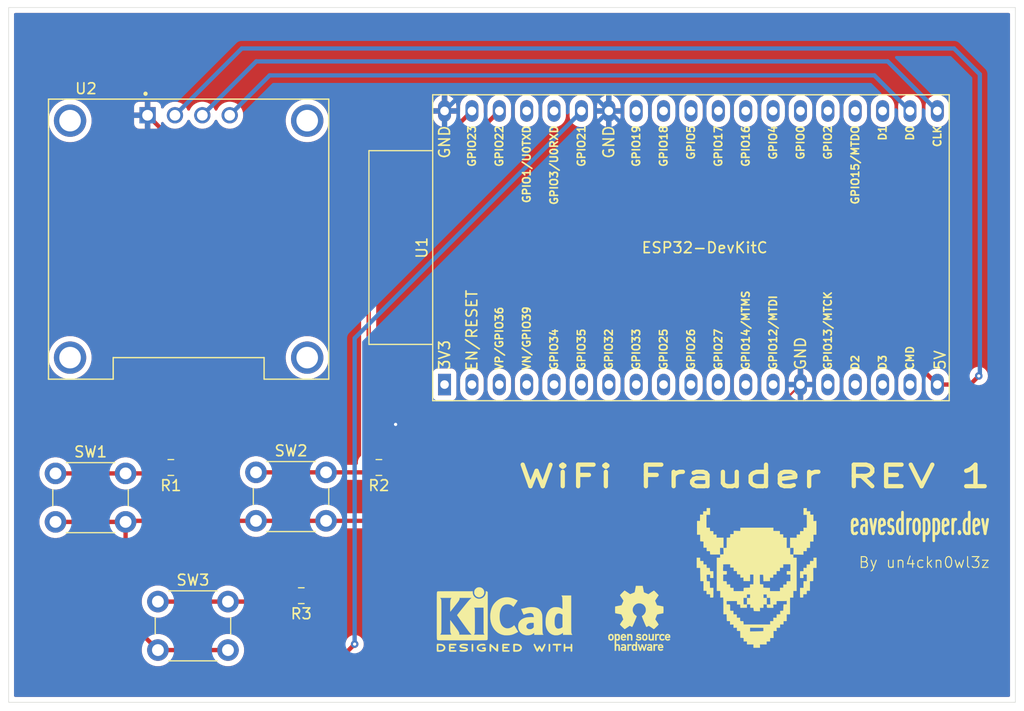
<source format=kicad_pcb>
(kicad_pcb (version 20241229) (generator "pcbnew") (generator_version "9.0")
  (title_block (title "WiFi_Frauder_DEV ") (date "2025-06-10") (rev "1") (company "By Anuwat Khongchuai (un4ckn0wl3z)"))
  (layers (0 "F.Cu" signal) (2 "B.Cu" signal) (13 "F.Paste" user) (15 "B.Paste" user) (5 "F.SilkS" user "F.Silkscreen") (7 "B.SilkS" user "B.Silkscreen") (1 "F.Mask" user) (3 "B.Mask" user) (25 "Edge.Cuts" user))
  (net 0 "")
  (net 1 "GND")
  (net 2 "/BTN_DOWN_NET")
  (net 3 "/BTN_UP_NET")
  (net 4 "/BTN_ENTER_NET")
  (net 5 "+5V")
  (net 23 "/OLED_SDA_NET")
  (net 33 "/OLED_SCL_NET")
  (footprint "Capacitor_SMD:C_0805_2012Metric" (layer "F.Cu") (at 154.15 102.4 180)
    (property "Reference" "R2" (at 0 -1.68 0) (layer "F.SilkS"))
    (property "Value" "2k")
    (pad "1" smd roundrect (at -0.95 0 180) (size 1 1.45) (layers "F.Cu" "F.Mask" "F.Paste") (net 1 "GND"))
    (pad "2" smd roundrect (at 0.95 0 180) (size 1 1.45) (layers "F.Cu" "F.Mask" "F.Paste") (net 3 "/BTN_UP_NET"))
  )
  (footprint "DM-OLED096-636:MODULE_DM-OLED096-636" (layer "F.Cu") (at 136.5 81.2)
    (property "Reference" "U2" (at -9.525 -13.97 0) (layer "F.SilkS"))
    (property "Value" "DM-OLED096-636")
    (pad "1" thru_hole rect (at -3.81 -11.5) (size 1.508 1.508) (drill 1) (layers "*.Cu" "*.Mask") (net 1 "GND"))
    (pad "2" thru_hole circle (at -1.27 -11.5) (size 1.508 1.508) (drill 1) (layers "*.Cu" "*.Mask") (net 5 "+5V"))
    (pad "3" thru_hole circle (at 1.27 -11.5) (size 1.508 1.508) (drill 1) (layers "*.Cu" "*.Mask") (net 33 "/OLED_SCL_NET"))
    (pad "4" thru_hole circle (at 3.81 -11.5) (size 1.508 1.508) (drill 1) (layers "*.Cu" "*.Mask") (net 23 "/OLED_SDA_NET"))
    (pad "S1" thru_hole circle (at -11 -11) (size 3 3) (drill 2) (layers "*.Cu" "*.Mask"))
    (pad "S2" thru_hole circle (at 11 -11) (size 3 3) (drill 2) (layers "*.Cu" "*.Mask"))
    (pad "S3" thru_hole circle (at 11 11) (size 3 3) (drill 2) (layers "*.Cu" "*.Mask"))
    (pad "S4" thru_hole circle (at -11 11) (size 3 3) (drill 2) (layers "*.Cu" "*.Mask"))
  )
  (footprint "Button_Switch_THT:SW_PUSH_6mm" (layer "F.Cu") (at 142.75 102.85)
    (property "Reference" "SW2" (at 3.25 -2 0) (layer "F.SilkS"))
    (property "Value" "BTN_UP")
    (pad "1" thru_hole circle (at 0 0 90) (size 2 2) (drill 1.1) (layers "*.Cu" "*.Mask") (net 3 "/BTN_UP_NET"))
    (pad "1" thru_hole circle (at 6.5 0 90) (size 2 2) (drill 1.1) (layers "*.Cu" "*.Mask") (net 3 "/BTN_UP_NET"))
    (pad "2" thru_hole circle (at 0 4.5 90) (size 2 2) (drill 1.1) (layers "*.Cu" "*.Mask") (net 5 "+5V"))
    (pad "2" thru_hole circle (at 6.5 4.5 90) (size 2 2) (drill 1.1) (layers "*.Cu" "*.Mask") (net 5 "+5V"))
  )
  (footprint "Button_Switch_THT:SW_PUSH_6mm" (layer "F.Cu") (at 133.65 114.85)
    (property "Reference" "SW3" (at 3.25 -2 0) (layer "F.SilkS"))
    (property "Value" "BTN_ENTER")
    (pad "1" thru_hole circle (at 0 0 90) (size 2 2) (drill 1.1) (layers "*.Cu" "*.Mask") (net 4 "/BTN_ENTER_NET"))
    (pad "1" thru_hole circle (at 6.5 0 90) (size 2 2) (drill 1.1) (layers "*.Cu" "*.Mask") (net 4 "/BTN_ENTER_NET"))
    (pad "2" thru_hole circle (at 0 4.5 90) (size 2 2) (drill 1.1) (layers "*.Cu" "*.Mask") (net 5 "+5V"))
    (pad "2" thru_hole circle (at 6.5 4.5 90) (size 2 2) (drill 1.1) (layers "*.Cu" "*.Mask") (net 5 "+5V"))
  )
  (footprint "Symbol:OSHW-Logo_5.7x6mm_SilkScreen" (layer "F.Cu") (at 178.3 116.4)
    (property "Reference" "REF**" (hide yes))
    (property "Value" "OSHW-Logo_5.7x6mm_SilkScreen" (hide yes))
  )
  (footprint "LOGO" (layer "F.Cu") (at 189.2 112.5)
    (property "Reference" "G***" (hide yes))
    (property "Value" "LOGO" (hide yes))
  )
  (footprint "PCM_Espressif:ESP32-DevKitC" (layer "F.Cu") (at 160.24 94.7 90)
    (property "Reference" "U1" (at 12.7 -2.1 90) (layer "F.SilkS"))
    (property "Value" "ESP32-DevKitC" (at 12.7 24.13 0) (layer "F.SilkS"))
    (fp_text user "D0" (at 24.13 43.18 90) (layer "F.SilkS") (effects (font (size 0.7 0.7)) (justify right)))
    (fp_text user "GPIO5" (at 24.13 22.86 90) (layer "F.SilkS") (effects (font (size 0.7 0.7)) (justify right)))
    (fp_text user "D3" (at 1.27 40.64 90) (layer "F.SilkS") (effects (font (size 0.7 0.7)) (justify left)))
    (fp_text user "GPIO34" (at 1.27 10.16 90) (layer "F.SilkS") (effects (font (size 0.7 0.7)) (justify left)))
    (fp_text user "GPIO14/MTMS" (at 1.27 27.94 90) (layer "F.SilkS") (effects (font (size 0.7 0.7)) (justify left)))
    (fp_text user "3V3" (at 1.27 0 90) (layer "F.SilkS") (effects (justify left)))
    (fp_text user "CMD" (at 1.27 43.18 90) (layer "F.SilkS") (effects (font (size 0.7 0.7)) (justify left)))
    (fp_text user "GPIO18" (at 24.13 20.32 90) (layer "F.SilkS") (effects (font (size 0.7 0.7)) (justify right)))
    (fp_text user "GND" (at 24.13 15.24 90) (layer "F.SilkS") (effects (justify right)))
    (fp_text user "GPIO23" (at 24.13 2.54 90) (layer "F.SilkS") (effects (font (size 0.7 0.7)) (justify right)))
    (fp_text user "GPIO33" (at 1.27 17.78 90) (layer "F.SilkS") (effects (font (size 0.7 0.7)) (justify left)))
    (fp_text user "GPIO32" (at 1.27 15.24 90) (layer "F.SilkS") (effects (font (size 0.7 0.7)) (justify left)))
    (fp_text user "CLK" (at 24.13 45.72 90) (layer "F.SilkS") (effects (font (size 0.7 0.7)) (justify right)))
    (fp_text user "D1" (at 24.13 40.64 90) (layer "F.SilkS") (effects (font (size 0.7 0.7)) (justify right)))
    (fp_text user "D2" (at 1.27 38.1 90) (layer "F.SilkS") (effects (font (size 0.7 0.7)) (justify left)))
    (fp_text user "GPIO12/MTDI" (at 1.27 30.48 90) (layer "F.SilkS") (effects (font (size 0.7 0.7)) (justify left)))
    (fp_text user "GPIO3/U0RXD" (at 24.13 10.16 90) (layer "F.SilkS") (effects (font (size 0.7 0.7)) (justify right)))
    (fp_text user "VP/GPIO36" (at 1.27 5.08 90) (layer "F.SilkS") (effects (font (size 0.7 0.7)) (justify left)))
    (fp_text user "GPIO4" (at 24.13 30.48 90) (layer "F.SilkS") (effects (font (size 0.7 0.7)) (justify right)))
    (fp_text user "GPIO27" (at 1.27 25.4 90) (layer "F.SilkS") (effects (font (size 0.7 0.7)) (justify left)))
    (fp_text user "GPIO21" (at 24.13 12.7 90) (layer "F.SilkS") (effects (font (size 0.7 0.7)) (justify right)))
    (fp_text user "GPIO22" (at 24.13 5.08 90) (layer "F.SilkS") (effects (font (size 0.7 0.7)) (justify right)))
    (fp_text user "5V" (at 1.26632 45.97128 90) (layer "F.SilkS") (effects (justify left)))
    (fp_text user "GND" (at 24.13 0 90) (layer "F.SilkS") (effects (justify right)))
    (fp_text user "GND" (at 1.27 33.02 90) (layer "F.SilkS") (effects (justify left)))
    (fp_text user "GPIO35" (at 1.27 12.7 90) (layer "F.SilkS") (effects (font (size 0.7 0.7)) (justify left)))
    (fp_text user "VN/GPIO39" (at 1.27 7.62 90) (layer "F.SilkS") (effects (font (size 0.7 0.7)) (justify left)))
    (fp_text user "GPIO13/MTCK" (at 1.27 35.56 90) (layer "F.SilkS") (effects (font (size 0.7 0.7)) (justify left)))
    (fp_text user "GPIO26" (at 1.27 22.86 90) (layer "F.SilkS") (effects (font (size 0.7 0.7)) (justify left)))
    (fp_text user "GPIO2" (at 24.13 35.56 90) (layer "F.SilkS") (effects (font (size 0.7 0.7)) (justify right)))
    (fp_text user "GPIO25" (at 1.27 20.32 90) (layer "F.SilkS") (effects (font (size 0.7 0.7)) (justify left)))
    (fp_text user "GPIO15/MTDO" (at 24.13 38.1 90) (layer "F.SilkS") (effects (font (size 0.7 0.7)) (justify right)))
    (fp_text user "GPIO16" (at 24.13 27.94 90) (layer "F.SilkS") (effects (font (size 0.7 0.7)) (justify right)))
    (fp_text user "GPIO1/U0TXD" (at 24.13 7.62 90) (layer "F.SilkS") (effects (font (size 0.7 0.7)) (justify right)))
    (fp_text user "GPIO19" (at 24.13 17.78 90) (layer "F.SilkS") (effects (font (size 0.7 0.7)) (justify right)))
    (fp_text user "GPIO17" (at 24.13 25.4 90) (layer "F.SilkS") (effects (font (size 0.7 0.7)) (justify right)))
    (fp_text user "GPIO0" (at 24.13 33.02 90) (layer "F.SilkS") (effects (font (size 0.7 0.7)) (justify right)))
    (fp_text user "EN/RESET" (at 8.88632 2.53728 90) (layer "F.SilkS") (effects (justify right)))
    (pad "1" thru_hole rect (at 0 0) (size 1.2 2) (drill 0.8) (layers "*.Cu" "*.Mask"))
    (pad "2" thru_hole oval (at 0 2.54) (size 1.2 2) (drill 0.8) (layers "*.Cu" "*.Mask"))
    (pad "3" thru_hole oval (at 0 5.08) (size 1.2 2) (drill 0.8) (layers "*.Cu" "*.Mask"))
    (pad "4" thru_hole oval (at 0 7.62) (size 1.2 2) (drill 0.8) (layers "*.Cu" "*.Mask"))
    (pad "5" thru_hole oval (at 0 10.16) (size 1.2 2) (drill 0.8) (layers "*.Cu" "*.Mask"))
    (pad "6" thru_hole oval (at 0 12.7) (size 1.2 2) (drill 0.8) (layers "*.Cu" "*.Mask"))
    (pad "7" thru_hole oval (at 0 15.24) (size 1.2 2) (drill 0.8) (layers "*.Cu" "*.Mask"))
    (pad "8" thru_hole oval (at 0 17.78) (size 1.2 2) (drill 0.8) (layers "*.Cu" "*.Mask"))
    (pad "9" thru_hole oval (at 0 20.32) (size 1.2 2) (drill 0.8) (layers "*.Cu" "*.Mask"))
    (pad "10" thru_hole oval (at 0 22.86) (size 1.2 2) (drill 0.8) (layers "*.Cu" "*.Mask"))
    (pad "11" thru_hole oval (at 0 25.4) (size 1.2 2) (drill 0.8) (layers "*.Cu" "*.Mask"))
    (pad "12" thru_hole oval (at 0 27.94) (size 1.2 2) (drill 0.8) (layers "*.Cu" "*.Mask"))
    (pad "13" thru_hole oval (at 0 30.48) (size 1.2 2) (drill 0.8) (layers "*.Cu" "*.Mask"))
    (pad "14" thru_hole oval (at 0 33.02) (size 1.2 2) (drill 0.8) (layers "*.Cu" "*.Mask") (net 1 "GND"))
    (pad "15" thru_hole oval (at 0 35.56) (size 1.2 2) (drill 0.8) (layers "*.Cu" "*.Mask"))
    (pad "16" thru_hole oval (at 0 38.1) (size 1.2 2) (drill 0.8) (layers "*.Cu" "*.Mask"))
    (pad "17" thru_hole oval (at 0 40.64) (size 1.2 2) (drill 0.8) (layers "*.Cu" "*.Mask"))
    (pad "18" thru_hole oval (at 0 43.18) (size 1.2 2) (drill 0.8) (layers "*.Cu" "*.Mask"))
    (pad "19" thru_hole oval (at 0 45.72) (size 1.2 2) (drill 0.8) (layers "*.Cu" "*.Mask") (net 5 "+5V"))
    (pad "20" thru_hole oval (at 25.39632 45.71728) (size 1.2 2) (drill 0.8) (layers "*.Cu" "*.Mask") (net 33 "/OLED_SCL_NET"))
    (pad "21" thru_hole oval (at 25.39632 43.17728) (size 1.2 2) (drill 0.8) (layers "*.Cu" "*.Mask") (net 23 "/OLED_SDA_NET"))
    (pad "22" thru_hole oval (at 25.4 40.64) (size 1.2 2) (drill 0.8) (layers "*.Cu" "*.Mask"))
    (pad "23" thru_hole oval (at 25.4 38.1) (size 1.2 2) (drill 0.8) (layers "*.Cu" "*.Mask"))
    (pad "24" thru_hole oval (at 25.4 35.56) (size 1.2 2) (drill 0.8) (layers "*.Cu" "*.Mask"))
    (pad "25" thru_hole oval (at 25.4 33.02) (size 1.2 2) (drill 0.8) (layers "*.Cu" "*.Mask"))
    (pad "26" thru_hole oval (at 25.4 30.48) (size 1.2 2) (drill 0.8) (layers "*.Cu" "*.Mask"))
    (pad "27" thru_hole oval (at 25.4 27.94) (size 1.2 2) (drill 0.8) (layers "*.Cu" "*.Mask"))
    (pad "28" thru_hole oval (at 25.4 25.4) (size 1.2 2) (drill 0.8) (layers "*.Cu" "*.Mask"))
    (pad "29" thru_hole oval (at 25.4 22.86) (size 1.2 2) (drill 0.8) (layers "*.Cu" "*.Mask"))
    (pad "30" thru_hole oval (at 25.4 20.32) (size 1.2 2) (drill 0.8) (layers "*.Cu" "*.Mask"))
    (pad "31" thru_hole oval (at 25.4 17.78) (size 1.2 2) (drill 0.8) (layers "*.Cu" "*.Mask"))
    (pad "32" thru_hole oval (at 25.4 15.24) (size 1.2 2) (drill 0.8) (layers "*.Cu" "*.Mask") (net 1 "GND"))
    (pad "33" thru_hole oval (at 25.4 12.7) (size 1.2 2) (drill 0.8) (layers "*.Cu" "*.Mask") (net 4 "/BTN_ENTER_NET"))
    (pad "34" thru_hole oval (at 25.4 10.16) (size 1.2 2) (drill 0.8) (layers "*.Cu" "*.Mask"))
    (pad "35" thru_hole oval (at 25.4 7.62) (size 1.2 2) (drill 0.8) (layers "*.Cu" "*.Mask"))
    (pad "36" thru_hole oval (at 25.4 5.08) (size 1.2 2) (drill 0.8) (layers "*.Cu" "*.Mask") (net 3 "/BTN_UP_NET"))
    (pad "37" thru_hole oval (at 25.4 2.54) (size 1.2 2) (drill 0.8) (layers "*.Cu" "*.Mask") (net 2 "/BTN_DOWN_NET"))
    (pad "38" thru_hole oval (at 25.4 0) (size 1.2 2) (drill 0.8) (layers "*.Cu" "*.Mask") (net 1 "GND"))
  )
  (footprint "Button_Switch_THT:SW_PUSH_6mm" (layer "F.Cu") (at 124.15 102.95)
    (property "Reference" "SW1" (at 3.25 -2 0) (layer "F.SilkS"))
    (property "Value" "BTN_DOWN")
    (pad "1" thru_hole circle (at 0 0 90) (size 2 2) (drill 1.1) (layers "*.Cu" "*.Mask") (net 2 "/BTN_DOWN_NET"))
    (pad "1" thru_hole circle (at 6.5 0 90) (size 2 2) (drill 1.1) (layers "*.Cu" "*.Mask") (net 2 "/BTN_DOWN_NET"))
    (pad "2" thru_hole circle (at 0 4.5 90) (size 2 2) (drill 1.1) (layers "*.Cu" "*.Mask") (net 5 "+5V"))
    (pad "2" thru_hole circle (at 6.5 4.5 90) (size 2 2) (drill 1.1) (layers "*.Cu" "*.Mask") (net 5 "+5V"))
  )
  (footprint "Symbol:KiCad-Logo2_5mm_SilkScreen" (layer "F.Cu") (at 165.8 116.5)
    (property "Reference" "REF**" (hide yes))
    (property "Value" "KiCad-Logo2_5mm_SilkScreen" (hide yes))
  )
  (footprint "Capacitor_SMD:C_0805_2012Metric" (layer "F.Cu") (at 134.85 102.4 180)
    (property "Reference" "R1" (at 0 -1.68 0) (layer "F.SilkS"))
    (property "Value" "2k")
    (pad "1" smd roundrect (at -0.95 0 180) (size 1 1.45) (layers "F.Cu" "F.Mask" "F.Paste") (net 1 "GND"))
    (pad "2" smd roundrect (at 0.95 0 180) (size 1 1.45) (layers "F.Cu" "F.Mask" "F.Paste") (net 2 "/BTN_DOWN_NET"))
  )
  (footprint "Capacitor_SMD:C_0805_2012Metric" (layer "F.Cu") (at 146.95 114.3 180)
    (property "Reference" "R3" (at 0 -1.68 0) (layer "F.SilkS"))
    (property "Value" "2k")
    (pad "1" smd roundrect (at -0.95 0 180) (size 1 1.45) (layers "F.Cu" "F.Mask" "F.Paste") (net 1 "GND"))
    (pad "2" smd roundrect (at 0.95 0 180) (size 1 1.45) (layers "F.Cu" "F.Mask" "F.Paste") (net 4 "/BTN_ENTER_NET"))
  )
  (gr_rect (start 119.8 59.7) (end 213.2 124.2) (stroke (width 0.05)) (fill no) (layer "Edge.Cuts"))
  (gr_text "By un4ckn0wl3z" (at 198.6 111.8 0) (layer "F.SilkS") (effects (font (size 1 1) (thickness 0.1)) (justify left bottom)))
  (gr_text "eavesdropper.dev" (at 197.7 108.8 0) (layer "F.SilkS") (effects (font (size 2 1) (thickness 0.25)) (justify left bottom)))
  (gr_text "WiFi Frauder REV 1" (at 166.8 104.4 0) (layer "F.SilkS") (effects (font (size 2 3) (thickness 0.4) (bold yes)) (justify left bottom)))
  (segment (start 163.4 102.5) (end 167.1 98.8) (width 0.2) (layer "F.Cu") (net 1))
  (segment (start 155.1 99) (end 155.7 98.4) (width 0.4) (layer "F.Cu") (net 1))
  (segment (start 167.1 98.8) (end 189.16 98.8) (width 0.2) (layer "F.Cu") (net 1))
  (segment (start 128.5 96.5) (end 130 98) (width 0.4) (layer "F.Cu") (net 1))
  (segment (start 147.9 114.3) (end 151.4 110.8) (width 0.2) (layer "F.Cu") (net 1))
  (segment (start 132.69 69.7) (end 131.3 69.7) (width 0.4) (layer "F.Cu") (net 1))
  (segment (start 155.1 102.4) (end 155.1 99) (width 0.4) (layer "F.Cu") (net 1))
  (segment (start 131.3 69.7) (end 128.5 72.5) (width 0.4) (layer "F.Cu") (net 1))
  (segment (start 189.16 98.8) (end 193.26 94.7) (width 0.2) (layer "F.Cu") (net 1))
  (segment (start 131.4 98) (end 135.8 102.4) (width 0.4) (layer "F.Cu") (net 1))
  (segment (start 135.59 72.6) (end 150.9 72.6) (width 0.4) (layer "F.Cu") (net 1))
  (segment (start 128.5 72.5) (end 128.5 96.5) (width 0.4) (layer "F.Cu") (net 1))
  (segment (start 130 98) (end 131.4 98) (width 0.4) (layer "F.Cu") (net 1))
  (segment (start 154.2 69.3) (end 160.24 69.3) (width 0.4) (layer "F.Cu") (net 1))
  (segment (start 160.1 110.8) (end 163.4 107.5) (width 0.2) (layer "F.Cu") (net 1))
  (segment (start 150.9 72.6) (end 154.2 69.3) (width 0.4) (layer "F.Cu") (net 1))
  (segment (start 151.4 110.8) (end 160.1 110.8) (width 0.2) (layer "F.Cu") (net 1))
  (segment (start 132.69 69.7) (end 135.59 72.6) (width 0.4) (layer "F.Cu") (net 1))
  (segment (start 163.4 107.5) (end 163.4 102.5) (width 0.2) (layer "F.Cu") (net 1))
  (via (at 155.7 98.4) (size 0.7) (drill 0.3) (layers "F.Cu" "B.Cu") (net 1))
  (segment (start 155.7 89.08) (end 155.7 98.4) (width 0.4) (layer "B.Cu") (net 1))
  (segment (start 175.48 69.3) (end 155.7 89.08) (width 0.4) (layer "B.Cu") (net 1))
  (segment (start 175.48 69.3) (end 193.26 87.08) (width 0.4) (layer "B.Cu") (net 1))
  (segment (start 162.54 67) (end 173.18 67) (width 0.4) (layer "B.Cu") (net 1))
  (segment (start 193.26 87.08) (end 193.26 94.7) (width 0.4) (layer "B.Cu") (net 1))
  (segment (start 160.24 69.3) (end 162.54 67) (width 0.4) (layer "B.Cu") (net 1))
  (segment (start 173.18 67) (end 175.48 69.3) (width 0.4) (layer "B.Cu") (net 1))
  (segment (start 133.35 102.95) (end 133.9 102.4) (width 0.4) (layer "F.Cu") (net 2))
  (segment (start 134.5 106.5) (end 137.5 106.5) (width 0.4) (layer "F.Cu") (net 2))
  (segment (start 124.15 102.95) (end 130.65 102.95) (width 0.4) (layer "F.Cu") (net 2))
  (segment (start 133.9 102.4) (end 133.9 105.9) (width 0.4) (layer "F.Cu") (net 2))
  (segment (start 133.9 105.9) (end 134.5 106.5) (width 0.4) (layer "F.Cu") (net 2))
  (segment (start 139.1 104.9) (end 139.1 92.98) (width 0.4) (layer "F.Cu") (net 2))
  (segment (start 137.5 106.5) (end 139.1 104.9) (width 0.4) (layer "F.Cu") (net 2))
  (segment (start 130.65 102.95) (end 133.35 102.95) (width 0.4) (layer "F.Cu") (net 2))
  (segment (start 139.1 92.98) (end 162.78 69.3) (width 0.4) (layer "F.Cu") (net 2))
  (segment (start 165.32 69.3) (end 153.2 81.42) (width 0.4) (layer "F.Cu") (net 3))
  (segment (start 152.75 102.85) (end 153.2 102.4) (width 0.4) (layer "F.Cu") (net 3))
  (segment (start 142.75 102.85) (end 149.25 102.85) (width 0.4) (layer "F.Cu") (net 3))
  (segment (start 153.2 81.42) (end 153.2 102.4) (width 0.4) (layer "F.Cu") (net 3))
  (segment (start 149.25 102.85) (end 152.75 102.85) (width 0.4) (layer "F.Cu") (net 3))
  (segment (start 133.65 114.85) (end 140.15 114.85) (width 0.4) (layer "F.Cu") (net 4))
  (segment (start 146 118.5) (end 147.5 120) (width 0.4) (layer "F.Cu") (net 4))
  (segment (start 140.15 114.85) (end 145.45 114.85) (width 0.4) (layer "F.Cu") (net 4))
  (segment (start 145.45 114.85) (end 146 114.3) (width 0.4) (layer "F.Cu") (net 4))
  (segment (start 150.7 120) (end 151.9 118.8) (width 0.4) (layer "F.Cu") (net 4))
  (segment (start 147.5 120) (end 150.7 120) (width 0.4) (layer "F.Cu") (net 4))
  (segment (start 146 114.3) (end 146 118.5) (width 0.4) (layer "F.Cu") (net 4))
  (via (at 151.9 118.8) (size 0.7) (drill 0.3) (layers "F.Cu" "B.Cu") (net 4))
  (segment (start 151.9 118.8) (end 151.9 90.4) (width 0.4) (layer "B.Cu") (net 4))
  (segment (start 151.9 90.4) (end 172.94 69.36) (width 0.4) (layer "B.Cu") (net 4))
  (segment (start 172.94 69.36) (end 172.94 69.3) (width 0.4) (layer "B.Cu") (net 4))
  (segment (start 157.1 106.4) (end 157.1 90.3) (width 0.4) (layer "F.Cu") (net 5))
  (segment (start 130.75 107.35) (end 130.65 107.45) (width 0.4) (layer "F.Cu") (net 5))
  (segment (start 157.1 90.3) (end 160.6 86.8) (width 0.4) (layer "F.Cu") (net 5))
  (segment (start 198.06 86.8) (end 205.96 94.7) (width 0.4) (layer "F.Cu") (net 5))
  (segment (start 156.15 107.35) (end 157.1 106.4) (width 0.4) (layer "F.Cu") (net 5))
  (segment (start 130.65 107.45) (end 130.65 116.35) (width 0.4) (layer "F.Cu") (net 5))
  (segment (start 149.25 107.35) (end 156.15 107.35) (width 0.4) (layer "F.Cu") (net 5))
  (segment (start 205.96 94.7) (end 209 94.7) (width 0.4) (layer "F.Cu") (net 5))
  (segment (start 130.65 116.35) (end 133.65 119.35) (width 0.4) (layer "F.Cu") (net 5))
  (segment (start 133.65 119.35) (end 140.15 119.35) (width 0.4) (layer "F.Cu") (net 5))
  (segment (start 142.75 107.35) (end 149.25 107.35) (width 0.4) (layer "F.Cu") (net 5))
  (segment (start 142.75 107.35) (end 130.75 107.35) (width 0.4) (layer "F.Cu") (net 5))
  (segment (start 209 94.7) (end 209.8 93.9) (width 0.4) (layer "F.Cu") (net 5))
  (segment (start 160.6 86.8) (end 198.06 86.8) (width 0.4) (layer "F.Cu") (net 5))
  (segment (start 124.15 107.45) (end 130.65 107.45) (width 0.4) (layer "F.Cu") (net 5))
  (via (at 209.8 93.9) (size 0.7) (drill 0.3) (layers "F.Cu" "B.Cu") (net 5))
  (segment (start 209.9 65.9) (end 209.9 93.8) (width 0.4) (layer "B.Cu") (net 5))
  (segment (start 207.5 63.5) (end 209.9 65.9) (width 0.4) (layer "B.Cu") (net 5))
  (segment (start 141.43 63.5) (end 207.5 63.5) (width 0.4) (layer "B.Cu") (net 5))
  (segment (start 209.9 93.8) (end 209.8 93.9) (width 0.4) (layer "B.Cu") (net 5))
  (segment (start 135.23 69.7) (end 141.43 63.5) (width 0.4) (layer "B.Cu") (net 5))
  (segment (start 140.31 69.7) (end 144.01 66) (width 0.4) (layer "B.Cu") (net 23))
  (segment (start 200.1136 66) (end 203.41728 69.30368) (width 0.4) (layer "B.Cu") (net 23))
  (segment (start 144.01 66) (end 200.1136 66) (width 0.4) (layer "B.Cu") (net 23))
  (segment (start 137.77 69.7) (end 142.77 64.7) (width 0.4) (layer "B.Cu") (net 33))
  (segment (start 201.3536 64.7) (end 205.95728 69.30368) (width 0.4) (layer "B.Cu") (net 33))
  (segment (start 142.77 64.7) (end 201.3536 64.7) (width 0.4) (layer "B.Cu") (net 33))
  (zone (net 1) (net_name "GND") (layers "F.Cu" "B.Cu") (connect_pads (clearance 0.5)) (min_thickness 0.25) (fill yes (thermal_gap 0.5) (thermal_bridge_width 0.5))
    (polygon (pts (xy 119.1 59) (xy 214 59) (xy 213.9 125) (xy 119 124.7)))
  )
)
</source>
